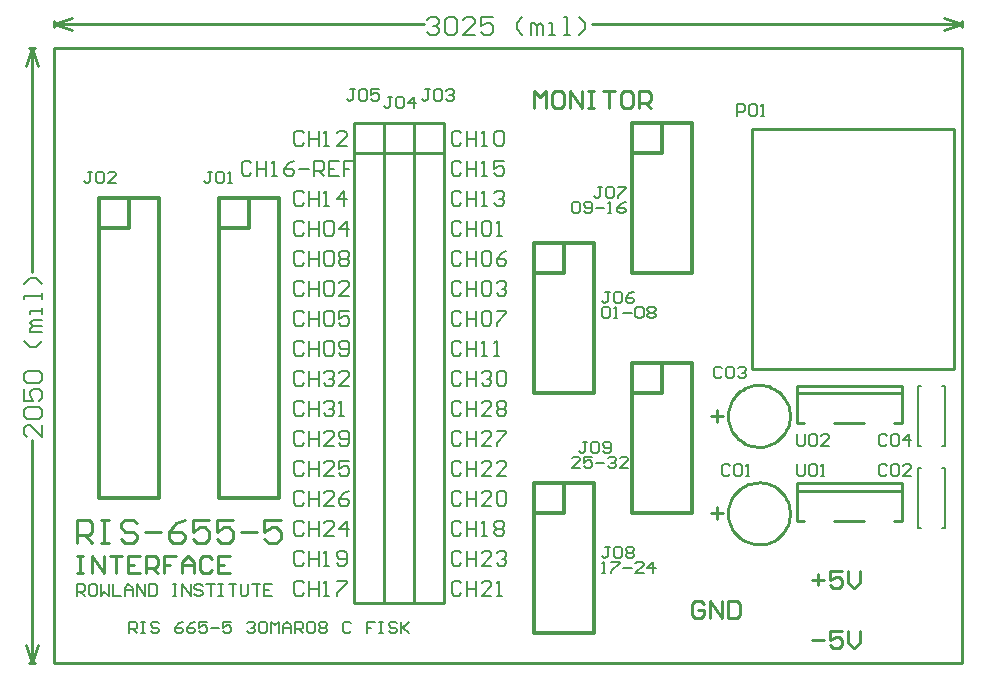
<source format=gto>
%FSLAX23Y23*%
%MOIN*%
G70*
G01*
G75*
%ADD10C,0.010*%
%ADD11R,0.062X0.062*%
%ADD12C,0.062*%
%ADD13C,0.065*%
%ADD14R,0.065X0.065*%
%ADD15C,0.100*%
%ADD16O,0.065X0.075*%
%ADD17C,0.150*%
%ADD18R,0.060X0.060*%
%ADD19C,0.060*%
%ADD20C,0.050*%
%ADD21C,0.025*%
%ADD22C,0.012*%
%ADD23C,0.008*%
%ADD24C,0.007*%
%ADD25C,0.006*%
D10*
X10545Y6968D02*
X10545Y6977D01*
X10543Y6987D01*
X10541Y6997D01*
X10537Y7006D01*
X10533Y7015D01*
X10528Y7024D01*
X10522Y7032D01*
X10516Y7040D01*
X10508Y7046D01*
X10501Y7052D01*
X10492Y7058D01*
X10483Y7062D01*
X10474Y7066D01*
X10464Y7068D01*
X10454Y7070D01*
X10445Y7071D01*
X10435Y7070D01*
X10425Y7069D01*
X10415Y7067D01*
X10405Y7064D01*
X10396Y7060D01*
X10388Y7055D01*
X10379Y7049D01*
X10372Y7043D01*
X10365Y7036D01*
X10359Y7028D01*
X10353Y7020D01*
X10349Y7011D01*
X10345Y7002D01*
X10342Y6992D01*
X10340Y6982D01*
X10339Y6972D01*
Y6963D01*
X10340Y6953D01*
X10342Y6943D01*
X10345Y6933D01*
X10349Y6924D01*
X10353Y6915D01*
X10359Y6907D01*
X10365Y6899D01*
X10372Y6892D01*
X10379Y6886D01*
X10388Y6880D01*
X10396Y6875D01*
X10405Y6871D01*
X10415Y6868D01*
X10425Y6866D01*
X10435Y6865D01*
X10445Y6864D01*
X10454Y6865D01*
X10464Y6867D01*
X10474Y6869D01*
X10483Y6873D01*
X10492Y6877D01*
X10501Y6883D01*
X10508Y6889D01*
X10516Y6896D01*
X10522Y6903D01*
X10528Y6911D01*
X10533Y6920D01*
X10537Y6929D01*
X10541Y6938D01*
X10543Y6948D01*
X10545Y6958D01*
X10545Y6968D01*
Y7293D02*
X10545Y7302D01*
X10543Y7312D01*
X10541Y7322D01*
X10537Y7331D01*
X10533Y7340D01*
X10528Y7349D01*
X10522Y7357D01*
X10516Y7365D01*
X10508Y7371D01*
X10501Y7377D01*
X10492Y7383D01*
X10483Y7387D01*
X10474Y7391D01*
X10464Y7393D01*
X10454Y7395D01*
X10445Y7396D01*
X10435Y7395D01*
X10425Y7394D01*
X10415Y7392D01*
X10405Y7389D01*
X10396Y7385D01*
X10388Y7380D01*
X10379Y7374D01*
X10372Y7368D01*
X10365Y7361D01*
X10359Y7353D01*
X10353Y7345D01*
X10349Y7336D01*
X10345Y7327D01*
X10342Y7317D01*
X10340Y7307D01*
X10339Y7297D01*
Y7288D01*
X10340Y7278D01*
X10342Y7268D01*
X10345Y7258D01*
X10349Y7249D01*
X10353Y7240D01*
X10359Y7232D01*
X10365Y7224D01*
X10372Y7217D01*
X10379Y7211D01*
X10388Y7205D01*
X10396Y7200D01*
X10405Y7196D01*
X10415Y7193D01*
X10425Y7191D01*
X10435Y7190D01*
X10445Y7189D01*
X10454Y7190D01*
X10464Y7192D01*
X10474Y7194D01*
X10483Y7198D01*
X10492Y7202D01*
X10501Y7208D01*
X10508Y7214D01*
X10516Y7221D01*
X10522Y7228D01*
X10528Y7236D01*
X10533Y7245D01*
X10537Y7254D01*
X10541Y7263D01*
X10543Y7273D01*
X10545Y7283D01*
X10545Y7293D01*
X9292Y8168D02*
X9392D01*
X9292Y8268D02*
X9392D01*
Y6668D02*
Y8268D01*
X9292Y6668D02*
X9392D01*
X9292D02*
Y8268D01*
X9092Y8168D02*
X9192D01*
X9092Y8268D02*
X9192D01*
Y6668D02*
Y8268D01*
X9092Y6668D02*
X9192D01*
X9092D02*
Y8268D01*
X9192Y6668D02*
Y8268D01*
Y6668D02*
X9292D01*
Y8268D01*
X9192D02*
X9292D01*
X9192Y8168D02*
X9292D01*
X11092Y7449D02*
Y8249D01*
X10417D02*
X11092D01*
X10417Y7449D02*
Y8249D01*
Y7449D02*
X11092D01*
X10302Y6948D02*
Y6988D01*
X10282Y6968D02*
X10322D01*
X10302Y7273D02*
Y7313D01*
X10282Y7293D02*
X10322D01*
X10917Y7268D02*
Y7368D01*
X10892Y7268D02*
X10917D01*
X10692D02*
X10792D01*
X10567D02*
X10592D01*
X10567D02*
Y7368D01*
Y7393D01*
Y7368D02*
X10917D01*
Y7393D01*
X10567D02*
X10917D01*
Y6943D02*
Y7043D01*
X10892Y6943D02*
X10917D01*
X10692D02*
X10792D01*
X10567D02*
X10592D01*
X10567D02*
Y7043D01*
Y7068D01*
Y7043D02*
X10917D01*
Y7068D01*
X10567D02*
X10917D01*
X8092Y8598D02*
X9324D01*
X9885D02*
X11117D01*
X8092D02*
X8152Y8618D01*
X8092Y8598D02*
X8152Y8578D01*
X11057Y8618D02*
X11117Y8598D01*
X11057Y8578D02*
X11117Y8598D01*
X8092Y8588D02*
Y8608D01*
X11117Y8588D02*
Y8608D01*
X8017Y6468D02*
Y7212D01*
Y7773D02*
Y8518D01*
X7997Y6528D02*
X8017Y6468D01*
X8037Y6528D01*
X7997Y8458D02*
X8017Y8518D01*
X8037Y8458D01*
X8007Y6468D02*
X8027D01*
X8007Y8518D02*
X8027D01*
X8167Y6827D02*
X8187D01*
X8177D01*
Y6768D01*
X8167D01*
X8187D01*
X8217D02*
Y6827D01*
X8257Y6768D01*
Y6827D01*
X8277D02*
X8317D01*
X8297D01*
Y6768D01*
X8377Y6827D02*
X8337D01*
Y6768D01*
X8377D01*
X8337Y6797D02*
X8357D01*
X8397Y6768D02*
Y6827D01*
X8427D01*
X8437Y6817D01*
Y6797D01*
X8427Y6787D01*
X8397D01*
X8417D02*
X8437Y6768D01*
X8497Y6827D02*
X8457D01*
Y6797D01*
X8477D01*
X8457D01*
Y6768D01*
X8517D02*
Y6807D01*
X8537Y6827D01*
X8557Y6807D01*
Y6768D01*
Y6797D01*
X8517D01*
X8617Y6817D02*
X8607Y6827D01*
X8587D01*
X8577Y6817D01*
Y6778D01*
X8587Y6768D01*
X8607D01*
X8617Y6778D01*
X8677Y6827D02*
X8637D01*
Y6768D01*
X8677D01*
X8637Y6797D02*
X8657D01*
X8167Y6868D02*
Y6947D01*
X8207D01*
X8220Y6934D01*
Y6907D01*
X8207Y6894D01*
X8167D01*
X8194D02*
X8220Y6868D01*
X8247Y6947D02*
X8274D01*
X8260D01*
Y6868D01*
X8247D01*
X8274D01*
X8367Y6934D02*
X8354Y6947D01*
X8327D01*
X8314Y6934D01*
Y6921D01*
X8327Y6907D01*
X8354D01*
X8367Y6894D01*
Y6881D01*
X8354Y6868D01*
X8327D01*
X8314Y6881D01*
X8394Y6907D02*
X8447D01*
X8527Y6947D02*
X8500Y6934D01*
X8474Y6907D01*
Y6881D01*
X8487Y6868D01*
X8514D01*
X8527Y6881D01*
Y6894D01*
X8514Y6907D01*
X8474D01*
X8607Y6947D02*
X8554D01*
Y6907D01*
X8580Y6921D01*
X8594D01*
X8607Y6907D01*
Y6881D01*
X8594Y6868D01*
X8567D01*
X8554Y6881D01*
X8687Y6947D02*
X8634D01*
Y6907D01*
X8660Y6921D01*
X8674D01*
X8687Y6907D01*
Y6881D01*
X8674Y6868D01*
X8647D01*
X8634Y6881D01*
X8714Y6907D02*
X8767D01*
X8847Y6947D02*
X8793D01*
Y6907D01*
X8820Y6921D01*
X8833D01*
X8847Y6907D01*
Y6881D01*
X8833Y6868D01*
X8807D01*
X8793Y6881D01*
X10617Y6747D02*
X10657D01*
X10637Y6767D02*
Y6728D01*
X10717Y6777D02*
X10677D01*
Y6747D01*
X10697Y6757D01*
X10707D01*
X10717Y6747D01*
Y6728D01*
X10707Y6718D01*
X10687D01*
X10677Y6728D01*
X10737Y6777D02*
Y6737D01*
X10757Y6718D01*
X10777Y6737D01*
Y6777D01*
X10617Y6547D02*
X10657D01*
X10717Y6577D02*
X10677D01*
Y6547D01*
X10697Y6557D01*
X10707D01*
X10717Y6547D01*
Y6528D01*
X10707Y6518D01*
X10687D01*
X10677Y6528D01*
X10737Y6577D02*
Y6537D01*
X10757Y6518D01*
X10777Y6537D01*
Y6577D01*
X9692Y8318D02*
Y8377D01*
X9712Y8357D01*
X9732Y8377D01*
Y8318D01*
X9782Y8377D02*
X9762D01*
X9752Y8367D01*
Y8328D01*
X9762Y8318D01*
X9782D01*
X9792Y8328D01*
Y8367D01*
X9782Y8377D01*
X9812Y8318D02*
Y8377D01*
X9852Y8318D01*
Y8377D01*
X9872D02*
X9892D01*
X9882D01*
Y8318D01*
X9872D01*
X9892D01*
X9922Y8377D02*
X9962D01*
X9942D01*
Y8318D01*
X10012Y8377D02*
X9992D01*
X9982Y8367D01*
Y8328D01*
X9992Y8318D01*
X10012D01*
X10022Y8328D01*
Y8367D01*
X10012Y8377D01*
X10042Y8318D02*
Y8377D01*
X10072D01*
X10082Y8367D01*
Y8347D01*
X10072Y8337D01*
X10042D01*
X10062D02*
X10082Y8318D01*
X10257Y6667D02*
X10247Y6677D01*
X10227D01*
X10217Y6667D01*
Y6628D01*
X10227Y6618D01*
X10247D01*
X10257Y6628D01*
Y6647D01*
X10237D01*
X10277Y6618D02*
Y6677D01*
X10317Y6618D01*
Y6677D01*
X10337D02*
Y6618D01*
X10367D01*
X10377Y6628D01*
Y6667D01*
X10367Y6677D01*
X10337D01*
X8092Y6468D02*
X11117D01*
Y8518D01*
X8092D02*
X11117D01*
X8092Y6468D02*
Y8518D01*
D22*
X10017Y7468D02*
X10217D01*
X10017Y6968D02*
Y7468D01*
Y6968D02*
X10217D01*
Y7468D01*
X10117Y7368D02*
Y7468D01*
X10017Y7368D02*
X10117D01*
X9692Y7068D02*
X9892D01*
X9692Y6568D02*
Y7068D01*
Y6568D02*
X9892D01*
Y7068D01*
X9792Y6968D02*
Y7068D01*
X9692Y6968D02*
X9792D01*
X10017Y8268D02*
X10217D01*
X10017Y7768D02*
Y8268D01*
Y7768D02*
X10217D01*
Y8268D01*
X10117Y8168D02*
Y8268D01*
X10017Y8168D02*
X10117D01*
X9692Y7768D02*
X9792D01*
Y7868D01*
X9892Y7368D02*
Y7868D01*
X9692Y7368D02*
X9892D01*
X9692D02*
Y7868D01*
X9892D01*
X8642Y8018D02*
X8842D01*
X8642Y7018D02*
Y8018D01*
Y7018D02*
X8842D01*
Y8018D01*
X8742Y7918D02*
Y8018D01*
X8642Y7918D02*
X8742D01*
X8242Y8018D02*
X8442D01*
X8242Y7018D02*
Y8018D01*
Y7018D02*
X8442D01*
Y8018D01*
X8342Y7918D02*
Y8018D01*
X8242Y7918D02*
X8342D01*
D23*
X11052Y7393D02*
X11062D01*
X10972D02*
X10982D01*
X11062Y7198D02*
Y7238D01*
X10972Y7198D02*
Y7238D01*
X11052Y7193D02*
X11062D01*
Y7233D01*
X10972Y7193D02*
X10982D01*
X10972D02*
Y7233D01*
Y7353D02*
Y7393D01*
X11062Y7353D02*
Y7393D01*
X10972Y7233D02*
Y7353D01*
X11062Y7233D02*
Y7353D01*
X10972Y6918D02*
X10982D01*
X11052D02*
X11062D01*
X10972Y7073D02*
Y7113D01*
X11062Y7073D02*
Y7113D01*
X10972Y7118D02*
X10982D01*
X10972Y7078D02*
Y7118D01*
X11052D02*
X11062D01*
Y7078D02*
Y7118D01*
Y6918D02*
Y6958D01*
X10972Y6918D02*
Y6958D01*
X11062D02*
Y7078D01*
X10972Y6958D02*
Y7078D01*
X9450Y7834D02*
X9442Y7842D01*
X9425D01*
X9417Y7834D01*
Y7801D01*
X9425Y7793D01*
X9442D01*
X9450Y7801D01*
X9467Y7842D02*
Y7793D01*
Y7817D01*
X9500D01*
Y7842D01*
Y7793D01*
X9517Y7834D02*
X9525Y7842D01*
X9542D01*
X9550Y7834D01*
Y7801D01*
X9542Y7793D01*
X9525D01*
X9517Y7801D01*
Y7834D01*
X9600Y7842D02*
X9584Y7834D01*
X9567Y7817D01*
Y7801D01*
X9575Y7793D01*
X9592D01*
X9600Y7801D01*
Y7809D01*
X9592Y7817D01*
X9567D01*
X9450Y6934D02*
X9442Y6942D01*
X9425D01*
X9417Y6934D01*
Y6901D01*
X9425Y6893D01*
X9442D01*
X9450Y6901D01*
X9467Y6942D02*
Y6893D01*
Y6917D01*
X9500D01*
Y6942D01*
Y6893D01*
X9517D02*
X9534D01*
X9525D01*
Y6942D01*
X9517Y6934D01*
X9559D02*
X9567Y6942D01*
X9584D01*
X9592Y6934D01*
Y6926D01*
X9584Y6917D01*
X9592Y6909D01*
Y6901D01*
X9584Y6893D01*
X9567D01*
X9559Y6901D01*
Y6909D01*
X9567Y6917D01*
X9559Y6926D01*
Y6934D01*
X9567Y6917D02*
X9584D01*
X8925Y6734D02*
X8917Y6742D01*
X8900D01*
X8892Y6734D01*
Y6701D01*
X8900Y6693D01*
X8917D01*
X8925Y6701D01*
X8942Y6742D02*
Y6693D01*
Y6717D01*
X8975D01*
Y6742D01*
Y6693D01*
X8992D02*
X9009D01*
X9000D01*
Y6742D01*
X8992Y6734D01*
X9034Y6742D02*
X9067D01*
Y6734D01*
X9034Y6701D01*
Y6693D01*
X8925Y7434D02*
X8917Y7442D01*
X8900D01*
X8892Y7434D01*
Y7401D01*
X8900Y7393D01*
X8917D01*
X8925Y7401D01*
X8942Y7442D02*
Y7393D01*
Y7417D01*
X8975D01*
Y7442D01*
Y7393D01*
X8992Y7434D02*
X9000Y7442D01*
X9017D01*
X9025Y7434D01*
Y7426D01*
X9017Y7417D01*
X9009D01*
X9017D01*
X9025Y7409D01*
Y7401D01*
X9017Y7393D01*
X9000D01*
X8992Y7401D01*
X9075Y7393D02*
X9042D01*
X9075Y7426D01*
Y7434D01*
X9067Y7442D01*
X9050D01*
X9042Y7434D01*
X8925Y7334D02*
X8917Y7342D01*
X8900D01*
X8892Y7334D01*
Y7301D01*
X8900Y7293D01*
X8917D01*
X8925Y7301D01*
X8942Y7342D02*
Y7293D01*
Y7317D01*
X8975D01*
Y7342D01*
Y7293D01*
X8992Y7334D02*
X9000Y7342D01*
X9017D01*
X9025Y7334D01*
Y7326D01*
X9017Y7317D01*
X9009D01*
X9017D01*
X9025Y7309D01*
Y7301D01*
X9017Y7293D01*
X9000D01*
X8992Y7301D01*
X9042Y7293D02*
X9059D01*
X9050D01*
Y7342D01*
X9042Y7334D01*
X8925Y6834D02*
X8917Y6842D01*
X8900D01*
X8892Y6834D01*
Y6801D01*
X8900Y6793D01*
X8917D01*
X8925Y6801D01*
X8942Y6842D02*
Y6793D01*
Y6817D01*
X8975D01*
Y6842D01*
Y6793D01*
X8992D02*
X9009D01*
X9000D01*
Y6842D01*
X8992Y6834D01*
X9034Y6801D02*
X9042Y6793D01*
X9059D01*
X9067Y6801D01*
Y6834D01*
X9059Y6842D01*
X9042D01*
X9034Y6834D01*
Y6826D01*
X9042Y6817D01*
X9067D01*
X9450Y7434D02*
X9442Y7442D01*
X9425D01*
X9417Y7434D01*
Y7401D01*
X9425Y7393D01*
X9442D01*
X9450Y7401D01*
X9467Y7442D02*
Y7393D01*
Y7417D01*
X9500D01*
Y7442D01*
Y7393D01*
X9517Y7434D02*
X9525Y7442D01*
X9542D01*
X9550Y7434D01*
Y7426D01*
X9542Y7417D01*
X9534D01*
X9542D01*
X9550Y7409D01*
Y7401D01*
X9542Y7393D01*
X9525D01*
X9517Y7401D01*
X9567Y7434D02*
X9575Y7442D01*
X9592D01*
X9600Y7434D01*
Y7401D01*
X9592Y7393D01*
X9575D01*
X9567Y7401D01*
Y7434D01*
X8925Y7234D02*
X8917Y7242D01*
X8900D01*
X8892Y7234D01*
Y7201D01*
X8900Y7193D01*
X8917D01*
X8925Y7201D01*
X8942Y7242D02*
Y7193D01*
Y7217D01*
X8975D01*
Y7242D01*
Y7193D01*
X9025D02*
X8992D01*
X9025Y7226D01*
Y7234D01*
X9017Y7242D01*
X9000D01*
X8992Y7234D01*
X9042Y7201D02*
X9050Y7193D01*
X9067D01*
X9075Y7201D01*
Y7234D01*
X9067Y7242D01*
X9050D01*
X9042Y7234D01*
Y7226D01*
X9050Y7217D01*
X9075D01*
X9450Y7334D02*
X9442Y7342D01*
X9425D01*
X9417Y7334D01*
Y7301D01*
X9425Y7293D01*
X9442D01*
X9450Y7301D01*
X9467Y7342D02*
Y7293D01*
Y7317D01*
X9500D01*
Y7342D01*
Y7293D01*
X9550D02*
X9517D01*
X9550Y7326D01*
Y7334D01*
X9542Y7342D01*
X9525D01*
X9517Y7334D01*
X9567D02*
X9575Y7342D01*
X9592D01*
X9600Y7334D01*
Y7326D01*
X9592Y7317D01*
X9600Y7309D01*
Y7301D01*
X9592Y7293D01*
X9575D01*
X9567Y7301D01*
Y7309D01*
X9575Y7317D01*
X9567Y7326D01*
Y7334D01*
X9575Y7317D02*
X9592D01*
X9450Y7234D02*
X9442Y7242D01*
X9425D01*
X9417Y7234D01*
Y7201D01*
X9425Y7193D01*
X9442D01*
X9450Y7201D01*
X9467Y7242D02*
Y7193D01*
Y7217D01*
X9500D01*
Y7242D01*
Y7193D01*
X9550D02*
X9517D01*
X9550Y7226D01*
Y7234D01*
X9542Y7242D01*
X9525D01*
X9517Y7234D01*
X9567Y7242D02*
X9600D01*
Y7234D01*
X9567Y7201D01*
Y7193D01*
X8925Y7134D02*
X8917Y7142D01*
X8900D01*
X8892Y7134D01*
Y7101D01*
X8900Y7093D01*
X8917D01*
X8925Y7101D01*
X8942Y7142D02*
Y7093D01*
Y7117D01*
X8975D01*
Y7142D01*
Y7093D01*
X9025D02*
X8992D01*
X9025Y7126D01*
Y7134D01*
X9017Y7142D01*
X9000D01*
X8992Y7134D01*
X9075Y7142D02*
X9042D01*
Y7117D01*
X9059Y7126D01*
X9067D01*
X9075Y7117D01*
Y7101D01*
X9067Y7093D01*
X9050D01*
X9042Y7101D01*
X8925Y6934D02*
X8917Y6942D01*
X8900D01*
X8892Y6934D01*
Y6901D01*
X8900Y6893D01*
X8917D01*
X8925Y6901D01*
X8942Y6942D02*
Y6893D01*
Y6917D01*
X8975D01*
Y6942D01*
Y6893D01*
X9025D02*
X8992D01*
X9025Y6926D01*
Y6934D01*
X9017Y6942D01*
X9000D01*
X8992Y6934D01*
X9067Y6893D02*
Y6942D01*
X9042Y6917D01*
X9075D01*
X9450Y6834D02*
X9442Y6842D01*
X9425D01*
X9417Y6834D01*
Y6801D01*
X9425Y6793D01*
X9442D01*
X9450Y6801D01*
X9467Y6842D02*
Y6793D01*
Y6817D01*
X9500D01*
Y6842D01*
Y6793D01*
X9550D02*
X9517D01*
X9550Y6826D01*
Y6834D01*
X9542Y6842D01*
X9525D01*
X9517Y6834D01*
X9567D02*
X9575Y6842D01*
X9592D01*
X9600Y6834D01*
Y6826D01*
X9592Y6817D01*
X9584D01*
X9592D01*
X9600Y6809D01*
Y6801D01*
X9592Y6793D01*
X9575D01*
X9567Y6801D01*
X9450Y6734D02*
X9442Y6742D01*
X9425D01*
X9417Y6734D01*
Y6701D01*
X9425Y6693D01*
X9442D01*
X9450Y6701D01*
X9467Y6742D02*
Y6693D01*
Y6717D01*
X9500D01*
Y6742D01*
Y6693D01*
X9550D02*
X9517D01*
X9550Y6726D01*
Y6734D01*
X9542Y6742D01*
X9525D01*
X9517Y6734D01*
X9567Y6693D02*
X9584D01*
X9575D01*
Y6742D01*
X9567Y6734D01*
X9450Y7034D02*
X9442Y7042D01*
X9425D01*
X9417Y7034D01*
Y7001D01*
X9425Y6993D01*
X9442D01*
X9450Y7001D01*
X9467Y7042D02*
Y6993D01*
Y7017D01*
X9500D01*
Y7042D01*
Y6993D01*
X9550D02*
X9517D01*
X9550Y7026D01*
Y7034D01*
X9542Y7042D01*
X9525D01*
X9517Y7034D01*
X9567D02*
X9575Y7042D01*
X9592D01*
X9600Y7034D01*
Y7001D01*
X9592Y6993D01*
X9575D01*
X9567Y7001D01*
Y7034D01*
X8750Y8134D02*
X8742Y8142D01*
X8725D01*
X8717Y8134D01*
Y8101D01*
X8725Y8093D01*
X8742D01*
X8750Y8101D01*
X8767Y8142D02*
Y8093D01*
Y8117D01*
X8800D01*
Y8142D01*
Y8093D01*
X8817D02*
X8834D01*
X8825D01*
Y8142D01*
X8817Y8134D01*
X8892Y8142D02*
X8875Y8134D01*
X8859Y8117D01*
Y8101D01*
X8867Y8093D01*
X8884D01*
X8892Y8101D01*
Y8109D01*
X8884Y8117D01*
X8859D01*
X8909D02*
X8942D01*
X8959Y8093D02*
Y8142D01*
X8984D01*
X8992Y8134D01*
Y8117D01*
X8984Y8109D01*
X8959D01*
X8975D02*
X8992Y8093D01*
X9042Y8142D02*
X9009D01*
Y8093D01*
X9042D01*
X9009Y8117D02*
X9025D01*
X9092Y8142D02*
X9059D01*
Y8117D01*
X9075D01*
X9059D01*
Y8093D01*
X9450Y8134D02*
X9442Y8142D01*
X9425D01*
X9417Y8134D01*
Y8101D01*
X9425Y8093D01*
X9442D01*
X9450Y8101D01*
X9467Y8142D02*
Y8093D01*
Y8117D01*
X9500D01*
Y8142D01*
Y8093D01*
X9517D02*
X9534D01*
X9525D01*
Y8142D01*
X9517Y8134D01*
X9592Y8142D02*
X9559D01*
Y8117D01*
X9575Y8126D01*
X9584D01*
X9592Y8117D01*
Y8101D01*
X9584Y8093D01*
X9567D01*
X9559Y8101D01*
X8925Y8034D02*
X8917Y8042D01*
X8900D01*
X8892Y8034D01*
Y8001D01*
X8900Y7993D01*
X8917D01*
X8925Y8001D01*
X8942Y8042D02*
Y7993D01*
Y8017D01*
X8975D01*
Y8042D01*
Y7993D01*
X8992D02*
X9009D01*
X9000D01*
Y8042D01*
X8992Y8034D01*
X9059Y7993D02*
Y8042D01*
X9034Y8017D01*
X9067D01*
X9450Y8034D02*
X9442Y8042D01*
X9425D01*
X9417Y8034D01*
Y8001D01*
X9425Y7993D01*
X9442D01*
X9450Y8001D01*
X9467Y8042D02*
Y7993D01*
Y8017D01*
X9500D01*
Y8042D01*
Y7993D01*
X9517D02*
X9534D01*
X9525D01*
Y8042D01*
X9517Y8034D01*
X9559D02*
X9567Y8042D01*
X9584D01*
X9592Y8034D01*
Y8026D01*
X9584Y8017D01*
X9575D01*
X9584D01*
X9592Y8009D01*
Y8001D01*
X9584Y7993D01*
X9567D01*
X9559Y8001D01*
X8925Y8234D02*
X8917Y8242D01*
X8900D01*
X8892Y8234D01*
Y8201D01*
X8900Y8193D01*
X8917D01*
X8925Y8201D01*
X8942Y8242D02*
Y8193D01*
Y8217D01*
X8975D01*
Y8242D01*
Y8193D01*
X8992D02*
X9009D01*
X9000D01*
Y8242D01*
X8992Y8234D01*
X9067Y8193D02*
X9034D01*
X9067Y8226D01*
Y8234D01*
X9059Y8242D01*
X9042D01*
X9034Y8234D01*
X9450Y7534D02*
X9442Y7542D01*
X9425D01*
X9417Y7534D01*
Y7501D01*
X9425Y7493D01*
X9442D01*
X9450Y7501D01*
X9467Y7542D02*
Y7493D01*
Y7517D01*
X9500D01*
Y7542D01*
Y7493D01*
X9517D02*
X9534D01*
X9525D01*
Y7542D01*
X9517Y7534D01*
X9559Y7493D02*
X9575D01*
X9567D01*
Y7542D01*
X9559Y7534D01*
X9450Y8234D02*
X9442Y8242D01*
X9425D01*
X9417Y8234D01*
Y8201D01*
X9425Y8193D01*
X9442D01*
X9450Y8201D01*
X9467Y8242D02*
Y8193D01*
Y8217D01*
X9500D01*
Y8242D01*
Y8193D01*
X9517D02*
X9534D01*
X9525D01*
Y8242D01*
X9517Y8234D01*
X9559D02*
X9567Y8242D01*
X9584D01*
X9592Y8234D01*
Y8201D01*
X9584Y8193D01*
X9567D01*
X9559Y8201D01*
Y8234D01*
X8925Y7534D02*
X8917Y7542D01*
X8900D01*
X8892Y7534D01*
Y7501D01*
X8900Y7493D01*
X8917D01*
X8925Y7501D01*
X8942Y7542D02*
Y7493D01*
Y7517D01*
X8975D01*
Y7542D01*
Y7493D01*
X8992Y7534D02*
X9000Y7542D01*
X9017D01*
X9025Y7534D01*
Y7501D01*
X9017Y7493D01*
X9000D01*
X8992Y7501D01*
Y7534D01*
X9042Y7501D02*
X9050Y7493D01*
X9067D01*
X9075Y7501D01*
Y7534D01*
X9067Y7542D01*
X9050D01*
X9042Y7534D01*
Y7526D01*
X9050Y7517D01*
X9075D01*
X8925Y7834D02*
X8917Y7842D01*
X8900D01*
X8892Y7834D01*
Y7801D01*
X8900Y7793D01*
X8917D01*
X8925Y7801D01*
X8942Y7842D02*
Y7793D01*
Y7817D01*
X8975D01*
Y7842D01*
Y7793D01*
X8992Y7834D02*
X9000Y7842D01*
X9017D01*
X9025Y7834D01*
Y7801D01*
X9017Y7793D01*
X9000D01*
X8992Y7801D01*
Y7834D01*
X9042D02*
X9050Y7842D01*
X9067D01*
X9075Y7834D01*
Y7826D01*
X9067Y7817D01*
X9075Y7809D01*
Y7801D01*
X9067Y7793D01*
X9050D01*
X9042Y7801D01*
Y7809D01*
X9050Y7817D01*
X9042Y7826D01*
Y7834D01*
X9050Y7817D02*
X9067D01*
X9450Y7634D02*
X9442Y7642D01*
X9425D01*
X9417Y7634D01*
Y7601D01*
X9425Y7593D01*
X9442D01*
X9450Y7601D01*
X9467Y7642D02*
Y7593D01*
Y7617D01*
X9500D01*
Y7642D01*
Y7593D01*
X9517Y7634D02*
X9525Y7642D01*
X9542D01*
X9550Y7634D01*
Y7601D01*
X9542Y7593D01*
X9525D01*
X9517Y7601D01*
Y7634D01*
X9567Y7642D02*
X9600D01*
Y7634D01*
X9567Y7601D01*
Y7593D01*
X8925Y7634D02*
X8917Y7642D01*
X8900D01*
X8892Y7634D01*
Y7601D01*
X8900Y7593D01*
X8917D01*
X8925Y7601D01*
X8942Y7642D02*
Y7593D01*
Y7617D01*
X8975D01*
Y7642D01*
Y7593D01*
X8992Y7634D02*
X9000Y7642D01*
X9017D01*
X9025Y7634D01*
Y7601D01*
X9017Y7593D01*
X9000D01*
X8992Y7601D01*
Y7634D01*
X9075Y7642D02*
X9042D01*
Y7617D01*
X9059Y7626D01*
X9067D01*
X9075Y7617D01*
Y7601D01*
X9067Y7593D01*
X9050D01*
X9042Y7601D01*
X8925Y7934D02*
X8917Y7942D01*
X8900D01*
X8892Y7934D01*
Y7901D01*
X8900Y7893D01*
X8917D01*
X8925Y7901D01*
X8942Y7942D02*
Y7893D01*
Y7917D01*
X8975D01*
Y7942D01*
Y7893D01*
X8992Y7934D02*
X9000Y7942D01*
X9017D01*
X9025Y7934D01*
Y7901D01*
X9017Y7893D01*
X9000D01*
X8992Y7901D01*
Y7934D01*
X9067Y7893D02*
Y7942D01*
X9042Y7917D01*
X9075D01*
X9450Y7734D02*
X9442Y7742D01*
X9425D01*
X9417Y7734D01*
Y7701D01*
X9425Y7693D01*
X9442D01*
X9450Y7701D01*
X9467Y7742D02*
Y7693D01*
Y7717D01*
X9500D01*
Y7742D01*
Y7693D01*
X9517Y7734D02*
X9525Y7742D01*
X9542D01*
X9550Y7734D01*
Y7701D01*
X9542Y7693D01*
X9525D01*
X9517Y7701D01*
Y7734D01*
X9567D02*
X9575Y7742D01*
X9592D01*
X9600Y7734D01*
Y7726D01*
X9592Y7717D01*
X9584D01*
X9592D01*
X9600Y7709D01*
Y7701D01*
X9592Y7693D01*
X9575D01*
X9567Y7701D01*
X8925Y7734D02*
X8917Y7742D01*
X8900D01*
X8892Y7734D01*
Y7701D01*
X8900Y7693D01*
X8917D01*
X8925Y7701D01*
X8942Y7742D02*
Y7693D01*
Y7717D01*
X8975D01*
Y7742D01*
Y7693D01*
X8992Y7734D02*
X9000Y7742D01*
X9017D01*
X9025Y7734D01*
Y7701D01*
X9017Y7693D01*
X9000D01*
X8992Y7701D01*
Y7734D01*
X9075Y7693D02*
X9042D01*
X9075Y7726D01*
Y7734D01*
X9067Y7742D01*
X9050D01*
X9042Y7734D01*
X9450Y7934D02*
X9442Y7942D01*
X9425D01*
X9417Y7934D01*
Y7901D01*
X9425Y7893D01*
X9442D01*
X9450Y7901D01*
X9467Y7942D02*
Y7893D01*
Y7917D01*
X9500D01*
Y7942D01*
Y7893D01*
X9517Y7934D02*
X9525Y7942D01*
X9542D01*
X9550Y7934D01*
Y7901D01*
X9542Y7893D01*
X9525D01*
X9517Y7901D01*
Y7934D01*
X9567Y7893D02*
X9584D01*
X9575D01*
Y7942D01*
X9567Y7934D01*
X9450Y7134D02*
X9442Y7142D01*
X9425D01*
X9417Y7134D01*
Y7101D01*
X9425Y7093D01*
X9442D01*
X9450Y7101D01*
X9467Y7142D02*
Y7093D01*
Y7117D01*
X9500D01*
Y7142D01*
Y7093D01*
X9550D02*
X9517D01*
X9550Y7126D01*
Y7134D01*
X9542Y7142D01*
X9525D01*
X9517Y7134D01*
X9600Y7093D02*
X9567D01*
X9600Y7126D01*
Y7134D01*
X9592Y7142D01*
X9575D01*
X9567Y7134D01*
X8925Y7034D02*
X8917Y7042D01*
X8900D01*
X8892Y7034D01*
Y7001D01*
X8900Y6993D01*
X8917D01*
X8925Y7001D01*
X8942Y7042D02*
Y6993D01*
Y7017D01*
X8975D01*
Y7042D01*
Y6993D01*
X9025D02*
X8992D01*
X9025Y7026D01*
Y7034D01*
X9017Y7042D01*
X9000D01*
X8992Y7034D01*
X9075Y7042D02*
X9059Y7034D01*
X9042Y7017D01*
Y7001D01*
X9050Y6993D01*
X9067D01*
X9075Y7001D01*
Y7009D01*
X9067Y7017D01*
X9042D01*
D24*
X9869Y7207D02*
X9855D01*
X9862D01*
Y7174D01*
X9855Y7168D01*
X9849D01*
X9842Y7174D01*
X9882Y7201D02*
X9889Y7207D01*
X9902D01*
X9909Y7201D01*
Y7174D01*
X9902Y7168D01*
X9889D01*
X9882Y7174D01*
Y7201D01*
X9922Y7174D02*
X9929Y7168D01*
X9942D01*
X9949Y7174D01*
Y7201D01*
X9942Y7207D01*
X9929D01*
X9922Y7201D01*
Y7194D01*
X9929Y7187D01*
X9949D01*
X9944Y6857D02*
X9930D01*
X9937D01*
Y6824D01*
X9930Y6818D01*
X9924D01*
X9917Y6824D01*
X9957Y6851D02*
X9964Y6857D01*
X9977D01*
X9984Y6851D01*
Y6824D01*
X9977Y6818D01*
X9964D01*
X9957Y6824D01*
Y6851D01*
X9997D02*
X10004Y6857D01*
X10017D01*
X10024Y6851D01*
Y6844D01*
X10017Y6837D01*
X10024Y6831D01*
Y6824D01*
X10017Y6818D01*
X10004D01*
X9997Y6824D01*
Y6831D01*
X10004Y6837D01*
X9997Y6844D01*
Y6851D01*
X10004Y6837D02*
X10017D01*
X9094Y8382D02*
X9080D01*
X9087D01*
Y8349D01*
X9080Y8343D01*
X9074D01*
X9067Y8349D01*
X9107Y8376D02*
X9114Y8382D01*
X9127D01*
X9134Y8376D01*
Y8349D01*
X9127Y8343D01*
X9114D01*
X9107Y8349D01*
Y8376D01*
X9174Y8382D02*
X9147D01*
Y8362D01*
X9160Y8369D01*
X9167D01*
X9174Y8362D01*
Y8349D01*
X9167Y8343D01*
X9154D01*
X9147Y8349D01*
X9344Y8382D02*
X9330D01*
X9337D01*
Y8349D01*
X9330Y8343D01*
X9324D01*
X9317Y8349D01*
X9357Y8376D02*
X9364Y8382D01*
X9377D01*
X9384Y8376D01*
Y8349D01*
X9377Y8343D01*
X9364D01*
X9357Y8349D01*
Y8376D01*
X9397D02*
X9404Y8382D01*
X9417D01*
X9424Y8376D01*
Y8369D01*
X9417Y8362D01*
X9410D01*
X9417D01*
X9424Y8356D01*
Y8349D01*
X9417Y8343D01*
X9404D01*
X9397Y8349D01*
X10367Y8293D02*
Y8332D01*
X10387D01*
X10394Y8326D01*
Y8312D01*
X10387Y8306D01*
X10367D01*
X10407Y8326D02*
X10414Y8332D01*
X10427D01*
X10434Y8326D01*
Y8299D01*
X10427Y8293D01*
X10414D01*
X10407Y8299D01*
Y8326D01*
X10447Y8293D02*
X10460D01*
X10454D01*
Y8332D01*
X10447Y8326D01*
X10869Y7226D02*
X10862Y7232D01*
X10849D01*
X10842Y7226D01*
Y7199D01*
X10849Y7193D01*
X10862D01*
X10869Y7199D01*
X10882Y7226D02*
X10889Y7232D01*
X10902D01*
X10909Y7226D01*
Y7199D01*
X10902Y7193D01*
X10889D01*
X10882Y7199D01*
Y7226D01*
X10942Y7193D02*
Y7232D01*
X10922Y7212D01*
X10949D01*
X10319Y7451D02*
X10312Y7457D01*
X10299D01*
X10292Y7451D01*
Y7424D01*
X10299Y7418D01*
X10312D01*
X10319Y7424D01*
X10332Y7451D02*
X10339Y7457D01*
X10352D01*
X10359Y7451D01*
Y7424D01*
X10352Y7418D01*
X10339D01*
X10332Y7424D01*
Y7451D01*
X10372D02*
X10379Y7457D01*
X10392D01*
X10399Y7451D01*
Y7444D01*
X10392Y7437D01*
X10385D01*
X10392D01*
X10399Y7431D01*
Y7424D01*
X10392Y7418D01*
X10379D01*
X10372Y7424D01*
X10869Y7126D02*
X10862Y7132D01*
X10849D01*
X10842Y7126D01*
Y7099D01*
X10849Y7093D01*
X10862D01*
X10869Y7099D01*
X10882Y7126D02*
X10889Y7132D01*
X10902D01*
X10909Y7126D01*
Y7099D01*
X10902Y7093D01*
X10889D01*
X10882Y7099D01*
Y7126D01*
X10949Y7093D02*
X10922D01*
X10949Y7119D01*
Y7126D01*
X10942Y7132D01*
X10929D01*
X10922Y7126D01*
X10344D02*
X10337Y7132D01*
X10324D01*
X10317Y7126D01*
Y7099D01*
X10324Y7093D01*
X10337D01*
X10344Y7099D01*
X10357Y7126D02*
X10364Y7132D01*
X10377D01*
X10384Y7126D01*
Y7099D01*
X10377Y7093D01*
X10364D01*
X10357Y7099D01*
Y7126D01*
X10397Y7093D02*
X10410D01*
X10404D01*
Y7132D01*
X10397Y7126D01*
X9919Y8057D02*
X9905D01*
X9912D01*
Y8024D01*
X9905Y8018D01*
X9899D01*
X9892Y8024D01*
X9932Y8051D02*
X9939Y8057D01*
X9952D01*
X9959Y8051D01*
Y8024D01*
X9952Y8018D01*
X9939D01*
X9932Y8024D01*
Y8051D01*
X9972Y8057D02*
X9999D01*
Y8051D01*
X9972Y8024D01*
Y8018D01*
X9944Y7707D02*
X9930D01*
X9937D01*
Y7674D01*
X9930Y7668D01*
X9924D01*
X9917Y7674D01*
X9957Y7701D02*
X9964Y7707D01*
X9977D01*
X9984Y7701D01*
Y7674D01*
X9977Y7668D01*
X9964D01*
X9957Y7674D01*
Y7701D01*
X10024Y7707D02*
X10010Y7701D01*
X9997Y7687D01*
Y7674D01*
X10004Y7668D01*
X10017D01*
X10024Y7674D01*
Y7681D01*
X10017Y7687D01*
X9997D01*
X9219Y8357D02*
X9205D01*
X9212D01*
Y8324D01*
X9205Y8318D01*
X9199D01*
X9192Y8324D01*
X9232Y8351D02*
X9239Y8357D01*
X9252D01*
X9259Y8351D01*
Y8324D01*
X9252Y8318D01*
X9239D01*
X9232Y8324D01*
Y8351D01*
X9292Y8318D02*
Y8357D01*
X9272Y8337D01*
X9299D01*
X10567Y7132D02*
Y7099D01*
X10574Y7093D01*
X10587D01*
X10594Y7099D01*
Y7132D01*
X10607Y7126D02*
X10614Y7132D01*
X10627D01*
X10634Y7126D01*
Y7099D01*
X10627Y7093D01*
X10614D01*
X10607Y7099D01*
Y7126D01*
X10647Y7093D02*
X10660D01*
X10654D01*
Y7132D01*
X10647Y7126D01*
X10567Y7232D02*
Y7199D01*
X10574Y7193D01*
X10587D01*
X10594Y7199D01*
Y7232D01*
X10607Y7226D02*
X10614Y7232D01*
X10627D01*
X10634Y7226D01*
Y7199D01*
X10627Y7193D01*
X10614D01*
X10607Y7199D01*
Y7226D01*
X10674Y7193D02*
X10647D01*
X10674Y7219D01*
Y7226D01*
X10667Y7232D01*
X10654D01*
X10647Y7226D01*
X8619Y8107D02*
X8605D01*
X8612D01*
Y8074D01*
X8605Y8068D01*
X8599D01*
X8592Y8074D01*
X8632Y8101D02*
X8639Y8107D01*
X8652D01*
X8659Y8101D01*
Y8074D01*
X8652Y8068D01*
X8639D01*
X8632Y8074D01*
Y8101D01*
X8672Y8068D02*
X8685D01*
X8679D01*
Y8107D01*
X8672Y8101D01*
X8219Y8107D02*
X8205D01*
X8212D01*
Y8074D01*
X8205Y8068D01*
X8199D01*
X8192Y8074D01*
X8232Y8101D02*
X8239Y8107D01*
X8252D01*
X8259Y8101D01*
Y8074D01*
X8252Y8068D01*
X8239D01*
X8232Y8074D01*
Y8101D01*
X8299Y8068D02*
X8272D01*
X8299Y8094D01*
Y8101D01*
X8292Y8107D01*
X8279D01*
X8272Y8101D01*
X9817Y8001D02*
X9824Y8007D01*
X9837D01*
X9844Y8001D01*
Y7974D01*
X9837Y7968D01*
X9824D01*
X9817Y7974D01*
Y8001D01*
X9857Y7974D02*
X9864Y7968D01*
X9877D01*
X9884Y7974D01*
Y8001D01*
X9877Y8007D01*
X9864D01*
X9857Y8001D01*
Y7994D01*
X9864Y7987D01*
X9884D01*
X9897D02*
X9924D01*
X9937Y7968D02*
X9950D01*
X9944D01*
Y8007D01*
X9937Y8001D01*
X9997Y8007D02*
X9984Y8001D01*
X9970Y7987D01*
Y7974D01*
X9977Y7968D01*
X9990D01*
X9997Y7974D01*
Y7981D01*
X9990Y7987D01*
X9970D01*
X9917Y7651D02*
X9924Y7657D01*
X9937D01*
X9944Y7651D01*
Y7624D01*
X9937Y7618D01*
X9924D01*
X9917Y7624D01*
Y7651D01*
X9957Y7618D02*
X9970D01*
X9964D01*
Y7657D01*
X9957Y7651D01*
X9990Y7637D02*
X10017D01*
X10030Y7651D02*
X10037Y7657D01*
X10050D01*
X10057Y7651D01*
Y7624D01*
X10050Y7618D01*
X10037D01*
X10030Y7624D01*
Y7651D01*
X10070D02*
X10077Y7657D01*
X10090D01*
X10097Y7651D01*
Y7644D01*
X10090Y7637D01*
X10097Y7631D01*
Y7624D01*
X10090Y7618D01*
X10077D01*
X10070Y7624D01*
Y7631D01*
X10077Y7637D01*
X10070Y7644D01*
Y7651D01*
X10077Y7637D02*
X10090D01*
X9844Y7118D02*
X9817D01*
X9844Y7144D01*
Y7151D01*
X9837Y7157D01*
X9824D01*
X9817Y7151D01*
X9884Y7157D02*
X9857D01*
Y7137D01*
X9870Y7144D01*
X9877D01*
X9884Y7137D01*
Y7124D01*
X9877Y7118D01*
X9864D01*
X9857Y7124D01*
X9897Y7137D02*
X9924D01*
X9937Y7151D02*
X9944Y7157D01*
X9957D01*
X9964Y7151D01*
Y7144D01*
X9957Y7137D01*
X9950D01*
X9957D01*
X9964Y7131D01*
Y7124D01*
X9957Y7118D01*
X9944D01*
X9937Y7124D01*
X10004Y7118D02*
X9977D01*
X10004Y7144D01*
Y7151D01*
X9997Y7157D01*
X9984D01*
X9977Y7151D01*
X9917Y6768D02*
X9930D01*
X9924D01*
Y6807D01*
X9917Y6801D01*
X9950Y6807D02*
X9977D01*
Y6801D01*
X9950Y6774D01*
Y6768D01*
X9990Y6787D02*
X10017D01*
X10057Y6768D02*
X10030D01*
X10057Y6794D01*
Y6801D01*
X10050Y6807D01*
X10037D01*
X10030Y6801D01*
X10090Y6768D02*
Y6807D01*
X10070Y6787D01*
X10097D01*
X8167Y6693D02*
Y6732D01*
X8187D01*
X8194Y6726D01*
Y6712D01*
X8187Y6706D01*
X8167D01*
X8180D02*
X8194Y6693D01*
X8227Y6732D02*
X8214D01*
X8207Y6726D01*
Y6699D01*
X8214Y6693D01*
X8227D01*
X8234Y6699D01*
Y6726D01*
X8227Y6732D01*
X8247D02*
Y6693D01*
X8260Y6706D01*
X8274Y6693D01*
Y6732D01*
X8287D02*
Y6693D01*
X8314D01*
X8327D02*
Y6719D01*
X8340Y6732D01*
X8354Y6719D01*
Y6693D01*
Y6712D01*
X8327D01*
X8367Y6693D02*
Y6732D01*
X8394Y6693D01*
Y6732D01*
X8407D02*
Y6693D01*
X8427D01*
X8434Y6699D01*
Y6726D01*
X8427Y6732D01*
X8407D01*
X8487D02*
X8500D01*
X8494D01*
Y6693D01*
X8487D01*
X8500D01*
X8520D02*
Y6732D01*
X8547Y6693D01*
Y6732D01*
X8587Y6726D02*
X8580Y6732D01*
X8567D01*
X8560Y6726D01*
Y6719D01*
X8567Y6712D01*
X8580D01*
X8587Y6706D01*
Y6699D01*
X8580Y6693D01*
X8567D01*
X8560Y6699D01*
X8600Y6732D02*
X8627D01*
X8614D01*
Y6693D01*
X8640Y6732D02*
X8654D01*
X8647D01*
Y6693D01*
X8640D01*
X8654D01*
X8674Y6732D02*
X8700D01*
X8687D01*
Y6693D01*
X8714Y6732D02*
Y6699D01*
X8720Y6693D01*
X8733D01*
X8740Y6699D01*
Y6732D01*
X8753D02*
X8780D01*
X8767D01*
Y6693D01*
X8820Y6732D02*
X8793D01*
Y6693D01*
X8820D01*
X8793Y6712D02*
X8807D01*
X8342Y6568D02*
Y6607D01*
X8362D01*
X8369Y6601D01*
Y6587D01*
X8362Y6581D01*
X8342D01*
X8355D02*
X8369Y6568D01*
X8382Y6607D02*
X8395D01*
X8389D01*
Y6568D01*
X8382D01*
X8395D01*
X8442Y6601D02*
X8435Y6607D01*
X8422D01*
X8415Y6601D01*
Y6594D01*
X8422Y6587D01*
X8435D01*
X8442Y6581D01*
Y6574D01*
X8435Y6568D01*
X8422D01*
X8415Y6574D01*
X8522Y6607D02*
X8509Y6601D01*
X8495Y6587D01*
Y6574D01*
X8502Y6568D01*
X8515D01*
X8522Y6574D01*
Y6581D01*
X8515Y6587D01*
X8495D01*
X8562Y6607D02*
X8549Y6601D01*
X8535Y6587D01*
Y6574D01*
X8542Y6568D01*
X8555D01*
X8562Y6574D01*
Y6581D01*
X8555Y6587D01*
X8535D01*
X8602Y6607D02*
X8575D01*
Y6587D01*
X8589Y6594D01*
X8595D01*
X8602Y6587D01*
Y6574D01*
X8595Y6568D01*
X8582D01*
X8575Y6574D01*
X8615Y6587D02*
X8642D01*
X8682Y6607D02*
X8655D01*
Y6587D01*
X8669Y6594D01*
X8675D01*
X8682Y6587D01*
Y6574D01*
X8675Y6568D01*
X8662D01*
X8655Y6574D01*
X8735Y6601D02*
X8742Y6607D01*
X8755D01*
X8762Y6601D01*
Y6594D01*
X8755Y6587D01*
X8749D01*
X8755D01*
X8762Y6581D01*
Y6574D01*
X8755Y6568D01*
X8742D01*
X8735Y6574D01*
X8775Y6601D02*
X8782Y6607D01*
X8795D01*
X8802Y6601D01*
Y6574D01*
X8795Y6568D01*
X8782D01*
X8775Y6574D01*
Y6601D01*
X8815Y6568D02*
Y6607D01*
X8829Y6594D01*
X8842Y6607D01*
Y6568D01*
X8855D02*
Y6594D01*
X8869Y6607D01*
X8882Y6594D01*
Y6568D01*
Y6587D01*
X8855D01*
X8895Y6568D02*
Y6607D01*
X8915D01*
X8922Y6601D01*
Y6587D01*
X8915Y6581D01*
X8895D01*
X8908D02*
X8922Y6568D01*
X8935Y6601D02*
X8942Y6607D01*
X8955D01*
X8962Y6601D01*
Y6574D01*
X8955Y6568D01*
X8942D01*
X8935Y6574D01*
Y6601D01*
X8975D02*
X8982Y6607D01*
X8995D01*
X9002Y6601D01*
Y6594D01*
X8995Y6587D01*
X9002Y6581D01*
Y6574D01*
X8995Y6568D01*
X8982D01*
X8975Y6574D01*
Y6581D01*
X8982Y6587D01*
X8975Y6594D01*
Y6601D01*
X8982Y6587D02*
X8995D01*
X9082Y6601D02*
X9075Y6607D01*
X9062D01*
X9055Y6601D01*
Y6574D01*
X9062Y6568D01*
X9075D01*
X9082Y6574D01*
X9162Y6607D02*
X9135D01*
Y6587D01*
X9148D01*
X9135D01*
Y6568D01*
X9175Y6607D02*
X9188D01*
X9182D01*
Y6568D01*
X9175D01*
X9188D01*
X9235Y6601D02*
X9228Y6607D01*
X9215D01*
X9208Y6601D01*
Y6594D01*
X9215Y6587D01*
X9228D01*
X9235Y6581D01*
Y6574D01*
X9228Y6568D01*
X9215D01*
X9208Y6574D01*
X9248Y6607D02*
Y6568D01*
Y6581D01*
X9275Y6607D01*
X9255Y6587D01*
X9275Y6568D01*
D25*
X9334Y8611D02*
X9344Y8621D01*
X9364D01*
X9374Y8611D01*
Y8602D01*
X9364Y8592D01*
X9354D01*
X9364D01*
X9374Y8582D01*
Y8572D01*
X9364Y8562D01*
X9344D01*
X9334Y8572D01*
X9394Y8611D02*
X9404Y8621D01*
X9424D01*
X9434Y8611D01*
Y8572D01*
X9424Y8562D01*
X9404D01*
X9394Y8572D01*
Y8611D01*
X9494Y8562D02*
X9454D01*
X9494Y8602D01*
Y8611D01*
X9484Y8621D01*
X9464D01*
X9454Y8611D01*
X9554Y8621D02*
X9514D01*
Y8592D01*
X9534Y8602D01*
X9544D01*
X9554Y8592D01*
Y8572D01*
X9544Y8562D01*
X9524D01*
X9514Y8572D01*
X9653Y8562D02*
X9634Y8582D01*
Y8602D01*
X9653Y8621D01*
X9683Y8562D02*
Y8602D01*
X9693D01*
X9703Y8592D01*
Y8562D01*
Y8592D01*
X9713Y8602D01*
X9723Y8592D01*
Y8562D01*
X9743D02*
X9763D01*
X9753D01*
Y8602D01*
X9743D01*
X9793Y8562D02*
X9813D01*
X9803D01*
Y8621D01*
X9793D01*
X9843Y8562D02*
X9863Y8582D01*
Y8602D01*
X9843Y8621D01*
X8053Y7262D02*
Y7222D01*
X8013Y7262D01*
X8003D01*
X7993Y7252D01*
Y7232D01*
X8003Y7222D01*
Y7282D02*
X7993Y7292D01*
Y7312D01*
X8003Y7322D01*
X8043D01*
X8053Y7312D01*
Y7292D01*
X8043Y7282D01*
X8003D01*
X7993Y7382D02*
Y7342D01*
X8023D01*
X8013Y7362D01*
Y7372D01*
X8023Y7382D01*
X8043D01*
X8053Y7372D01*
Y7352D01*
X8043Y7342D01*
X8003Y7402D02*
X7993Y7412D01*
Y7432D01*
X8003Y7442D01*
X8043D01*
X8053Y7432D01*
Y7412D01*
X8043Y7402D01*
X8003D01*
X8053Y7541D02*
X8033Y7521D01*
X8013D01*
X7993Y7541D01*
X8053Y7571D02*
X8013D01*
Y7581D01*
X8023Y7591D01*
X8053D01*
X8023D01*
X8013Y7601D01*
X8023Y7611D01*
X8053D01*
Y7631D02*
Y7651D01*
Y7641D01*
X8013D01*
Y7631D01*
X8053Y7681D02*
Y7701D01*
Y7691D01*
X7993D01*
Y7681D01*
X8053Y7731D02*
X8033Y7751D01*
X8013D01*
X7993Y7731D01*
M02*

</source>
